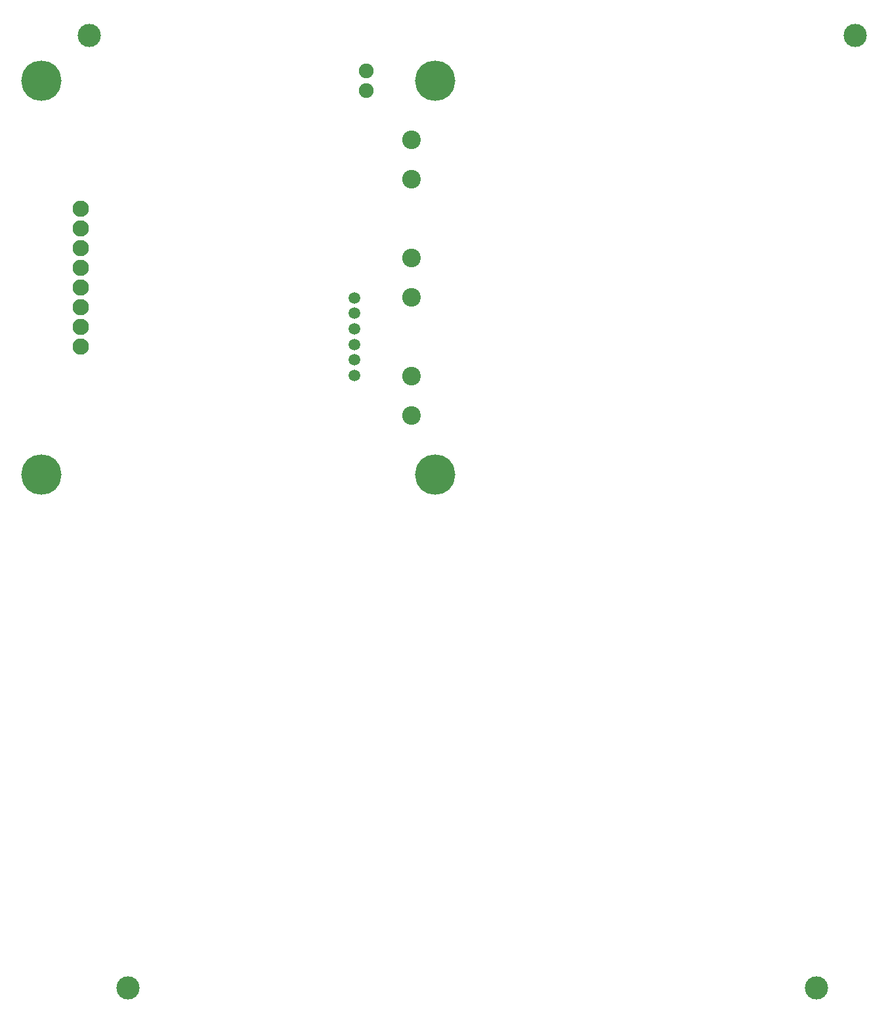
<source format=gbs>
G04 Layer: BottomSolderMaskLayer*
G04 Panelize: V-CUT, Column: 2, Row: 2, Board Size: 58.42mm x 58.42mm, Panelized Board Size: 118.84mm x 118.84mm*
G04 EasyEDA v6.5.32, 2023-07-26 20:50:30*
G04 9c01c07f2c6843c3a362350cb2311acb,5a6b42c53f6a479593ecc07194224c93,10*
G04 Gerber Generator version 0.2*
G04 Scale: 100 percent, Rotated: No, Reflected: No *
G04 Dimensions in millimeters *
G04 leading zeros omitted , absolute positions ,4 integer and 5 decimal *
%FSLAX45Y45*%
%MOMM*%

%ADD10C,1.5016*%
%ADD11C,2.4032*%
%ADD12C,5.2032*%
%ADD13C,2.1016*%
%ADD14C,1.9016*%
%ADD15C,3.0000*%

%LPD*%
D10*
G01*
X4419600Y1659001D03*
G01*
X4419600Y1859000D03*
G01*
X4419600Y2059000D03*
G01*
X4419600Y2258999D03*
G01*
X4419600Y2458999D03*
G01*
X4419600Y2658998D03*
D11*
G01*
X5156200Y4191000D03*
G01*
X5156200Y4699000D03*
G01*
X5156200Y2667000D03*
G01*
X5156200Y3175000D03*
G01*
X5156200Y1143000D03*
G01*
X5156200Y1651000D03*
D12*
G01*
X381000Y5461000D03*
G01*
X5461000Y5461000D03*
G01*
X5461000Y381000D03*
G01*
X381000Y381000D03*
D13*
G01*
X885418Y2027097D03*
G01*
X885418Y2281097D03*
G01*
X885418Y2535097D03*
G01*
X885418Y2789097D03*
G01*
X885418Y3043097D03*
G01*
X885418Y3297097D03*
G01*
X885418Y3551097D03*
G01*
X885418Y3805097D03*
D14*
G01*
X4572000Y5334000D03*
G01*
X4572000Y5588000D03*
D15*
G01*
X999997Y6041999D03*
G01*
X10884001Y6041999D03*
G01*
X1499996Y-6241999D03*
G01*
X10384002Y-6241999D03*
M02*

</source>
